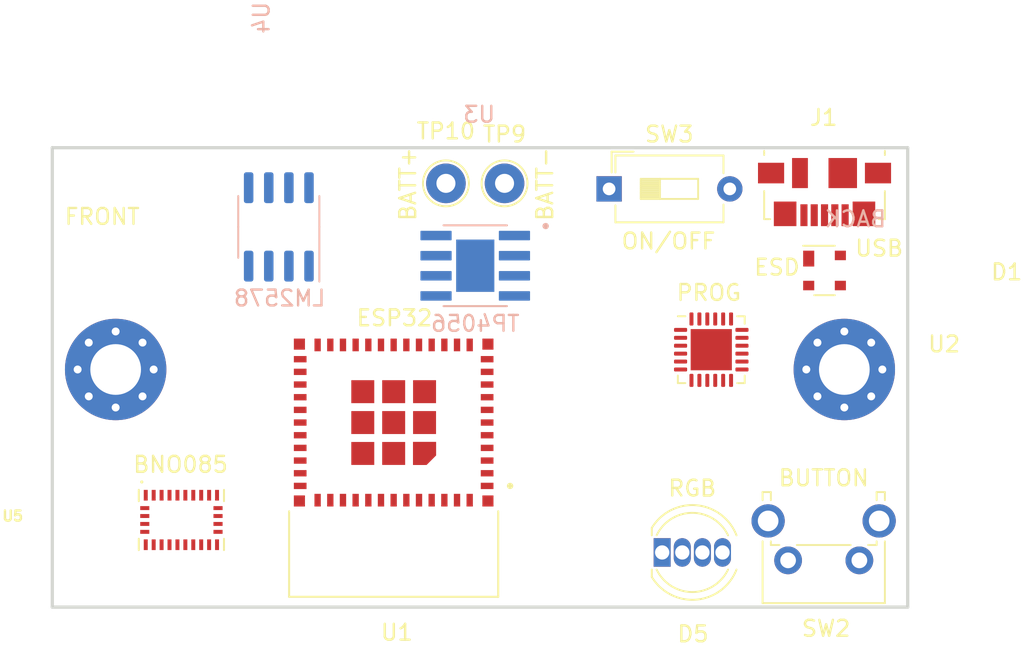
<source format=kicad_pcb>
(kicad_pcb (version 20211014) (generator pcbnew)
  (layers (0 "F.Cu" signal) (31 "B.Cu" signal) (34 "B.Paste" user) (35 "F.Paste" user) (36 "B.SilkS" user "B.Silkscreen") (37 "F.SilkS" user "F.Silkscreen") (38 "B.Mask" user) (39 "F.Mask" user) (44 "Edge.Cuts" user))
  (net 0 "")
  (net 1 "GND")
  (net 2 "USB_D+")
  (net 3 "USB_D-")
  (net 4 "+5V")
  (net 5 "Net-(D3-Pad1)")
  (net 7 "PROG_DTR")
  (net 8 "GPIO0")
  (net 9 "PROG_RTS")
  (net 10 "~{RESET}")
  (net 14 "+3V3")
  (net 15 "Net-(R5-Pad2)")
  (net 29 "Net-(C13-Pad2)")
  (net 31 "Net-(C12-Pad2)")
  (net 32 "Net-(R13-Pad1)")
  (net 33 "Vin")
  (net 45 "PROG_RX")
  (net 46 "PROG_TX")
  (net 63 "PROG_CTS")
  (net 73 "+3.3V")
  (net 74 "Net-(R8-Pad2)")
  (net 75 "Net-(C11-Pad1)")
  (net 76 "~{BNO_RST}")
  (net 77 "BNO_INTERRUPT")
  (net 78 "Net-(R15-Pad2)")
  (net 79 "Net-(R16-Pad2)")
  (net 80 "Net-(R7-Pad2)")
  (net 81 "I2C_SCL")
  (net 82 "I2C_SDA")
  (net 83 "Net-(C15-Pad1)")
  (net 84 "Net-(C16-Pad1)")
  (footprint "MountingHole:MountingHole_3.2mm_M3_Pad_Via" (layer "F.Cu") (at 134 105)
    (fp_text reference "H2" hide)
    (fp_text value "MountingHole")
    (pad "1" thru_hole circle (at 2.4 0) (size 0.8 0.8) (drill 0.5) (layers *.Cu *.Mask))
    (pad "1" thru_hole circle (at 0 2.4) (size 0.8 0.8) (drill 0.5) (layers *.Cu *.Mask))
    (pad "1" thru_hole circle (at -1.697056 -1.697056) (size 0.8 0.8) (drill 0.5) (layers *.Cu *.Mask))
    (pad "1" thru_hole circle (at -2.4 0) (size 0.8 0.8) (drill 0.5) (layers *.Cu *.Mask))
    (pad "1" thru_hole circle (at 1.697056 1.697056) (size 0.8 0.8) (drill 0.5) (layers *.Cu *.Mask))
    (pad "1" thru_hole circle (at -1.697056 1.697056) (size 0.8 0.8) (drill 0.5) (layers *.Cu *.Mask))
    (pad "1" thru_hole circle (at 0 0) (size 6.4 6.4) (drill 3.2) (layers *.Cu *.Mask))
    (pad "1" thru_hole circle (at 1.697056 -1.697056) (size 0.8 0.8) (drill 0.5) (layers *.Cu *.Mask))
    (pad "1" thru_hole circle (at 0 -2.4) (size 0.8 0.8) (drill 0.5) (layers *.Cu *.Mask))
  )
  (footprint "BNO080:IC_BNO080" (layer "F.Cu") (at 138.15 114.5)
    (fp_text reference "U5" (at -10.65 -0.25) (layer "F.SilkS") (effects (font (size 0.64 0.64))))
    (fp_text value "BNO080")
    (fp_line (start -2.6885 1.9) (end -2.6885 1.1885) (layer "F.SilkS") (width 0.127))
    (fp_line (start 2.6885 -1.9) (end 2.6885 -1.1885) (layer "F.SilkS") (width 0.127))
    (fp_line (start -2.6885 -1.9) (end -2.6885 -1.1885) (layer "F.SilkS") (width 0.127))
    (fp_line (start 2.6885 1.9) (end 2.6885 1.1885) (layer "F.SilkS") (width 0.127))
    (fp_circle (center -2.5 -2.4) (end -2.45 -2.4) (layer "F.SilkS") (width 0.1) (fill none))
    (pad "1" smd rect locked (at -2.25 -1.5625 90) (size 0.675 0.25) (layers "F.Cu" "F.Paste" "F.Mask"))
    (pad "2" smd rect locked (at -2.3125 -0.75) (size 0.575 0.25) (layers "F.Cu" "F.Paste" "F.Mask") (net 1 "GND"))
    (pad "3" smd rect locked (at -2.3125 -0.25) (size 0.575 0.25) (layers "F.Cu" "F.Paste" "F.Mask") (net 73 "+3.3V"))
    (pad "4" smd rect locked (at -2.3125 0.25) (size 0.575 0.25) (layers "F.Cu" "F.Paste" "F.Mask") (net 74 "Net-(R8-Pad2)"))
    (pad "5" smd rect locked (at -2.3125 0.75) (size 0.575 0.25) (layers "F.Cu" "F.Paste" "F.Mask") (net 1 "GND"))
    (pad "6" smd rect locked (at -2.25 1.5625 270) (size 0.675 0.25) (layers "F.Cu" "F.Paste" "F.Mask") (net 1 "GND"))
    (pad "7" smd rect locked (at -1.75 1.5625 270) (size 0.675 0.25) (layers "F.Cu" "F.Paste" "F.Mask"))
    (pad "8" smd rect locked (at -1.25 1.5625 270) (size 0.675 0.25) (layers "F.Cu" "F.Paste" "F.Mask"))
    (pad "9" smd rect locked (at -0.75 1.5625 270) (size 0.675 0.25) (layers "F.Cu" "F.Paste" "F.Mask") (net 75 "Net-(C11-Pad1)"))
    (pad "10" smd rect locked (at -0.25 1.5625 270) (size 0.675 0.25) (layers "F.Cu" "F.Paste" "F.Mask") (net 1 "GND"))
    (pad "11" smd rect locked (at 0.25 1.5625 270) (size 0.675 0.25) (layers "F.Cu" "F.Paste" "F.Mask") (net 76 "~{BNO_RST}"))
    (pad "12" smd rect locked (at 0.75 1.5625 270) (size 0.675 0.25) (layers "F.Cu" "F.Paste" "F.Mask"))
    (pad "13" smd rect locked (at 1.25 1.5625 270) (size 0.675 0.25) (layers "F.Cu" "F.Paste" "F.Mask"))
    (pad "14" smd rect locked (at 1.75 1.5625 270) (size 0.675 0.25) (layers "F.Cu" "F.Paste" "F.Mask") (net 77 "BNO_INTERRUPT"))
    (pad "15" smd rect locked (at 2.25 1.5625 270) (size 0.675 0.25) (layers "F.Cu" "F.Paste" "F.Mask") (net 78 "Net-(R15-Pad2)"))
    (pad "16" smd rect locked (at 2.3125 0.75 180) (size 0.575 0.25) (layers "F.Cu" "F.Paste" "F.Mask") (net 79 "Net-(R16-Pad2)"))
    (pad "17" smd rect locked (at 2.3125 0.25 180) (size 0.575 0.25) (layers "F.Cu" "F.Paste" "F.Mask") (net 1 "GND"))
    (pad "18" smd rect locked (at 2.3125 -0.25 180) (size 0.575 0.25) (layers "F.Cu" "F.Paste" "F.Mask") (net 80 "Net-(R7-Pad2)"))
    (pad "19" smd rect locked (at 2.3125 -0.75 180) (size 0.575 0.25) (layers "F.Cu" "F.Paste" "F.Mask") (net 81 "I2C_SCL"))
    (pad "20" smd rect locked (at 2.25 -1.5625 90) (size 0.675 0.25) (layers "F.Cu" "F.Paste" "F.Mask") (net 82 "I2C_SDA"))
    (pad "21" smd rect locked (at 1.75 -1.5625 90) (size 0.675 0.25) (layers "F.Cu" "F.Paste" "F.Mask"))
    (pad "22" smd rect locked (at 1.25 -1.5625 90) (size 0.675 0.25) (layers "F.Cu" "F.Paste" "F.Mask"))
    (pad "23" smd rect locked (at 0.75 -1.5625 90) (size 0.675 0.25) (layers "F.Cu" "F.Paste" "F.Mask"))
    (pad "24" smd rect locked (at 0.25 -1.5625 90) (size 0.675 0.25) (layers "F.Cu" "F.Paste" "F.Mask"))
    (pad "25" smd rect locked (at -0.25 -1.5625 90) (size 0.675 0.25) (layers "F.Cu" "F.Paste" "F.Mask") (net 1 "GND"))
    (pad "26" smd rect locked (at -0.75 -1.5625 90) (size 0.675 0.25) (layers "F.Cu" "F.Paste" "F.Mask") (net 83 "Net-(C15-Pad1)"))
    (pad "27" smd rect locked (at -1.25 -1.5625 90) (size 0.675 0.25) (layers "F.Cu" "F.Paste" "F.Mask") (net 84 "Net-(C16-Pad1)"))
    (pad "28" smd rect locked (at -1.75 -1.5625 90) (size 0.675 0.25) (layers "F.Cu" "F.Paste" "F.Mask") (net 73 "+3.3V"))
  )
  (footprint "Button_Switch_THT:SW_DIP_SPSTx01_Slide_6.7x4.1mm_W7.62mm_P2.54mm_LowProfile" (layer "F.Cu") (at 165.15 93.6)
    (fp_text reference "SW3" (at 3.8 -3.45) (layer "F.SilkS"))
    (fp_text value "ON/OFF")
    (fp_line (start 2 -0.515) (end 3.206667 -0.515) (layer "F.SilkS") (width 0.12))
    (fp_line (start 7.221 0.99) (end 7.221 2.11) (layer "F.SilkS") (width 0.12))
    (fp_line (start 2 -0.035) (end 3.206667 -0.035) (layer "F.SilkS") (width 0.12))
    (fp_line (start 2 0.085) (end 3.206667 0.085) (layer "F.SilkS") (width 0.12))
    (fp_line (start 3.206667 -0.635) (end 3.206667 0.635) (layer "F.SilkS") (width 0.12))
    (fp_line (start 2 0.205) (end 3.206667 0.205) (layer "F.SilkS") (width 0.12))
    (fp_line (start 2 -0.635) (end 2 0.635) (layer "F.SilkS") (width 0.12))
    (fp_line (start 2 0.635) (end 5.62 0.635) (layer "F.SilkS") (width 0.12))
    (fp_line (start 0.4 2.11) (end 7.221 2.11) (layer "F.SilkS") (width 0.12))
    (fp_line (start 5.62 -0.635) (end 2 -0.635) (layer "F.SilkS") (width 0.12))
    (fp_line (start 0.4 1.04) (end 0.4 2.11) (layer "F.SilkS") (width 0.12))
    (fp_line (start 0.4 -2.11) (end 0.4 -1.04) (layer "F.SilkS") (width 0.12))
    (fp_line (start 0.16 -2.35) (end 0.16 -1.04) (layer "F.SilkS") (width 0.12))
    (fp_line (start 2 0.325) (end 3.206667 0.325) (layer "F.SilkS") (width 0.12))
    (fp_line (start 2 -0.395) (end 3.206667 -0.395) (layer "F.SilkS") (width 0.12))
    (fp_line (start 2 -0.275) (end 3.206667 -0.275) (layer "F.SilkS") (width 0.12))
    (fp_line (start 2 -0.155) (end 3.206667 -0.155) (layer "F.SilkS") (width 0.12))
    (fp_line (start 0.4 -2.11) (end 7.221 -2.11) (layer "F.SilkS") (width 0.12))
    (fp_line (start 5.62 0.635) (end 5.62 -0.635) (layer "F.SilkS") (width 0.12))
    (fp_line (start 7.221 -2.11) (end 7.221 -0.99) (layer "F.SilkS") (width 0.12))
    (fp_line (start 2 0.445) (end 3.206667 0.445) (layer "F.SilkS") (width 0.12))
    (fp_line (start 0.16 -2.35) (end 1.543 -2.35) (layer "F.SilkS") (width 0.12))
    (fp_line (start 2 0.565) (end 3.206667 0.565) (layer "F.SilkS") (width 0.12))
    (pad "1" thru_hole rect (at 0 0) (size 1.6 1.6) (drill 0.8) (layers *.Cu *.Mask))
    (pad "2" thru_hole oval (at 7.62 0) (size 1.6 1.6) (drill 0.8) (layers *.Cu *.Mask))
  )
  (footprint "Connector_USB:USB_Micro-B_Molex_47346-0001" (layer "F.Cu") (at 178.75 93.8 180)
    (fp_text reference "J1" (at 0.05 4.7) (layer "F.SilkS"))
    (fp_text value "USB_B_Micro")
    (fp_line (start -3.81 0.06) (end -3.81 -1.71) (layer "F.SilkS") (width 0.12))
    (fp_line (start -3.81 -1.71) (end -3.43 -1.71) (layer "F.SilkS") (width 0.12))
    (fp_line (start -3.81 2.6) (end -3.81 2.34) (layer "F.SilkS") (width 0.12))
    (fp_line (start 3.81 2.34) (end 3.81 2.6) (layer "F.SilkS") (width 0.12))
    (fp_line (start 3.81 -1.71) (end 3.43 -1.71) (layer "F.SilkS") (width 0.12))
    (fp_line (start 3.81 -1.71) (end 3.81 0.06) (layer "F.SilkS") (width 0.12))
    (pad "1" smd rect (at -1.3 -1.46 180) (size 0.45 1.38) (layers "F.Cu" "F.Paste" "F.Mask") (net 4 "+5V"))
    (pad "2" smd rect (at -0.65 -1.46 180) (size 0.45 1.38) (layers "F.Cu" "F.Paste" "F.Mask") (net 3 "USB_D-"))
    (pad "3" smd rect (at 0 -1.46 180) (size 0.45 1.38) (layers "F.Cu" "F.Paste" "F.Mask") (net 2 "USB_D+"))
    (pad "4" smd rect (at 0.65 -1.46 180) (size 0.45 1.38) (layers "F.Cu" "F.Paste" "F.Mask"))
    (pad "5" smd rect (at 1.3 -1.46 180) (size 0.45 1.38) (layers "F.Cu" "F.Paste" "F.Mask") (net 1 "GND"))
    (pad "6" smd rect (at 3.375 1.2 180) (size 1.65 1.3) (layers "F.Cu" "F.Paste" "F.Mask") (net 1 "GND"))
    (pad "6" smd rect (at 1.55 1.2 180) (size 1 1.9) (layers "F.Cu" "F.Paste" "F.Mask") (net 1 "GND"))
    (pad "6" smd rect (at -1.15 1.2 180) (size 1.8 1.9) (layers "F.Cu" "F.Paste" "F.Mask") (net 1 "GND"))
    (pad "6" smd rect (at 2.4875 -1.375 180) (size 1.425 1.55) (layers "F.Cu" "F.Paste" "F.Mask") (net 1 "GND"))
    (pad "6" smd rect (at -2.4875 -1.375 180) (size 1.425 1.55) (layers "F.Cu" "F.Paste" "F.Mask") (net 1 "GND"))
    (pad "6" smd rect (at -3.375 1.2 180) (size 1.65 1.3) (layers "F.Cu" "F.Paste" "F.Mask") (net 1 "GND"))
  )
  (footprint "LED_THT:LED_D5.0mm-4_RGB" (layer "F.Cu") (at 168.5 116.55)
    (fp_text reference "D5" (at 1.95 5.15) (layer "F.SilkS"))
    (fp_text value "LED_RGBA")
    (fp_line (start -0.655 -1.545) (end -0.655 -1.08) (layer "F.SilkS") (width 0.12))
    (fp_line (start -0.655 1.08) (end -0.655 1.545) (layer "F.SilkS") (width 0.12))
    (fp_arc (start -0.349684 -1.08) (mid 1.904762 -2.5) (end 4.159479 -1.080429) (layer "F.SilkS") (width 0.12))
    (fp_arc (start 4.159479 1.080429) (mid 1.904762 2.5) (end -0.349684 1.08) (layer "F.SilkS") (width 0.12))
    (fp_arc (start -0.655 -1.54483) (mid 2.163456 -2.978809) (end 4.692815 -1.080827) (layer "F.SilkS") (width 0.12))
    (fp_arc (start 4.692815 1.080827) (mid 2.163456 2.978808) (end -0.655 1.54483) (layer "F.SilkS") (width 0.12))
    (pad "1" thru_hole rect (at 0 0) (size 1.07 1.8) (drill 0.9) (layers *.Cu *.Mask))
    (pad "2" thru_hole oval (at 1.27 0) (size 1.07 1.8) (drill 0.9) (layers *.Cu *.Mask))
    (pad "3" thru_hole oval (at 2.54 0) (size 1.07 1.8) (drill 0.9) (layers *.Cu *.Mask))
    (pad "4" thru_hole oval (at 3.81 0) (size 1.07 1.8) (drill 0.9) (layers *.Cu *.Mask))
  )
  (footprint "MountingHole:MountingHole_3.2mm_M3_Pad_Via" (layer "F.Cu") (at 180 105)
    (fp_text reference "H1" hide)
    (fp_text value "MountingHole")
    (pad "1" thru_hole circle (at 1.697056 1.697056) (size 0.8 0.8) (drill 0.5) (layers *.Cu *.Mask))
    (pad "1" thru_hole circle (at -2.4 0) (size 0.8 0.8) (drill 0.5) (layers *.Cu *.Mask))
    (pad "1" thru_hole circle (at 0 0) (size 6.4 6.4) (drill 3.2) (layers *.Cu *.Mask))
    (pad "1" thru_hole circle (at -1.697056 1.697056) (size 0.8 0.8) (drill 0.5) (layers *.Cu *.Mask))
    (pad "1" thru_hole circle (at 1.697056 -1.697056) (size 0.8 0.8) (drill 0.5) (layers *.Cu *.Mask))
    (pad "1" thru_hole circle (at 2.4 0) (size 0.8 0.8) (drill 0.5) (layers *.Cu *.Mask))
    (pad "1" thru_hole circle (at 0 2.4) (size 0.8 0.8) (drill 0.5) (layers *.Cu *.Mask))
    (pad "1" thru_hole circle (at -1.697056 -1.697056) (size 0.8 0.8) (drill 0.5) (layers *.Cu *.Mask))
    (pad "1" thru_hole circle (at 0 -2.4) (size 0.8 0.8) (drill 0.5) (layers *.Cu *.Mask))
  )
  (footprint "TestPoint:TestPoint_THTPad_D2.5mm_Drill1.2mm" (layer "F.Cu") (at 158.55 93.25)
    (fp_text reference "TP9" (at 0 -3.1) (layer "F.SilkS"))
    (fp_text value "BatteryMinusPad")
    (fp_circle (center 0 0) (end 0 1.45) (layer "F.SilkS") (width 0.12) (fill none))
    (pad "1" thru_hole circle (at 0 0) (size 2.5 2.5) (drill 1.2) (layers *.Cu *.Mask))
  )
  (footprint "Button_Switch_THT:SW_Tactile_SPST_Angled_PTS645Vx58-2LFS" (layer "F.Cu") (at 180.95 117.05 180)
    (fp_text reference "SW2" (at 2.1 -4.3) (layer "F.SilkS"))
    (fp_text value "SW_Push")
    (fp_line (start -1.09 0.97) (end -1.09 1.2) (layer "F.SilkS") (width 0.12))
    (fp_line (start 5.59 4.31) (end 6.11 4.31) (layer "F.SilkS") (width 0.12))
    (fp_line (start -1.09 3.8) (end -1.09 4.31) (layer "F.SilkS") (width 0.12))
    (fp_line (start 5.59 3.8) (end 5.59 4.31) (layer "F.SilkS") (width 0.12))
    (fp_line (start 0.55 0.97) (end 3.95 0.97) (layer "F.SilkS") (width 0.12))
    (fp_line (start 5.05 0.97) (end 5.59 0.97) (layer "F.SilkS") (width 0.12))
    (fp_line (start -1.61 -2.7) (end -1.61 1.2) (layer "F.SilkS") (width 0.12))
    (fp_line (start -1.61 3.8) (end -1.61 4.31) (layer "F.SilkS") (width 0.12))
    (fp_line (start 5.59 0.97) (end 5.59 1.2) (layer "F.SilkS") (width 0.12))
    (fp_line (start 6.11 3.8) (end 6.11 4.31) (layer "F.SilkS") (width 0.12))
    (fp_line (start -1.09 0.97) (end -0.55 0.97) (layer "F.SilkS") (width 0.12))
    (fp_line (start -1.61 -2.7) (end 6.11 -2.7) (layer "F.SilkS") (width 0.12))
    (fp_line (start 6.11 -2.7) (end 6.11 1.2) (layer "F.SilkS") (width 0.12))
    (fp_line (start -1.61 4.31) (end -1.09 4.31) (layer "F.SilkS") (width 0.12))
    (pad "" thru_hole circle (at 5.76 2.49 180) (size 2.1 2.1) (drill 1.3) (layers *.Cu *.Mask))
    (pad "" thru_hole circle (at -1.25 2.49 180) (size 2.1 2.1) (drill 1.3) (layers *.Cu *.Mask))
    (pad "1" thru_hole circle (at 0 0 180) (size 1.75 1.75) (drill 0.99) (layers *.Cu *.Mask))
    (pad "2" thru_hole circle (at 4.5 0 180) (size 1.75 1.75) (drill 0.99) (layers *.Cu *.Mask))
  )
  (footprint "Package_TO_SOT_SMD:SOT-143" (layer "F.Cu") (at 178.75 98.75)
    (fp_text reference "D1" (at 11.5 0.1) (layer "F.SilkS"))
    (fp_text value "PRTR5V0U2X")
    (fp_line (start 0.65 -1.56) (end -1.35 -1.56) (layer "F.SilkS") (width 0.12))
    (fp_line (start -0.65 1.56) (end 0.65 1.56) (layer "F.SilkS") (width 0.12))
    (pad "1" smd rect (at -1 -0.75) (size 0.7 1) (layers "F.Cu" "F.Paste" "F.Mask") (net 1 "GND"))
    (pad "2" smd rect (at -1 0.95) (size 0.7 0.6) (layers "F.Cu" "F.Paste" "F.Mask") (net 2 "USB_D+"))
    (pad "3" smd rect (at 1 0.95) (size 0.7 0.6) (layers "F.Cu" "F.Paste" "F.Mask") (net 3 "USB_D-"))
    (pad "4" smd rect (at 1 -0.95) (size 0.7 0.6) (layers "F.Cu" "F.Paste" "F.Mask") (net 4 "+5V"))
  )
  (footprint "TestPoint:TestPoint_THTPad_D2.5mm_Drill1.2mm" (layer "F.Cu") (at 154.85 93.25)
    (fp_text reference "TP10" (at 0 -3.3) (layer "F.SilkS"))
    (fp_text value "BatteryPlusPad")
    (fp_circle (center 0 0) (end 0 1.45) (layer "F.SilkS") (width 0.12) (fill none))
    (pad "1" thru_hole circle (at 0 0) (size 2.5 2.5) (drill 1.2) (layers *.Cu *.Mask))
  )
  (footprint "Package_DFN_QFN:QFN-24-1EP_4x4mm_P0.5mm_EP2.6x2.6mm" (layer "F.Cu") (at 171.6 103.75)
    (fp_text reference "U2" (at 14.7 -0.35) (layer "F.SilkS"))
    (fp_text value "CP2102N-Axx-xQFN24")
    (fp_line (start 2.11 2.11) (end 2.11 1.635) (layer "F.SilkS") (width 0.12))
    (fp_line (start -2.11 2.11) (end -2.11 1.635) (layer "F.SilkS") (width 0.12))
    (fp_line (start 2.11 -2.11) (end 2.11 -1.635) (layer "F.SilkS") (width 0.12))
    (fp_line (start 1.635 -2.11) (end 2.11 -2.11) (layer "F.SilkS") (width 0.12))
    (fp_line (start -1.635 2.11) (end -2.11 2.11) (layer "F.SilkS") (width 0.12))
    (fp_line (start -1.635 -2.11) (end -2.11 -2.11) (layer "F.SilkS") (width 0.12))
    (fp_line (start 1.635 2.11) (end 2.11 2.11) (layer "F.SilkS") (width 0.12))
    (pad "1" smd roundrect (at -1.9375 -1.25) (size 0.825 0.25) (layers "F.Cu" "F.Paste" "F.Mask"))
    (pad "2" smd roundrect (at -1.9375 -0.75) (size 0.825 0.25) (layers "F.Cu" "F.Paste" "F.Mask") (net 1 "GND"))
    (pad "3" smd roundrect (at -1.9375 -0.25) (size 0.825 0.25) (layers "F.Cu" "F.Paste" "F.Mask") (net 2 "USB_D+"))
    (pad "4" smd roundrect (at -1.9375 0.25) (size 0.825 0.25) (layers "F.Cu" "F.Paste" "F.Mask") (net 3 "USB_D-"))
    (pad "5" smd roundrect (at -1.9375 0.75) (size 0.825 0.25) (layers "F.Cu" "F.Paste" "F.Mask") (net 14 "+3V3"))
    (pad "6" smd roundrect (at -1.9375 1.25) (size 0.825 0.25) (layers "F.Cu" "F.Paste" "F.Mask") (net 14 "+3V3"))
    (pad "7" smd roundrect (at -1.25 1.9375) (size 0.25 0.825) (layers "F.Cu" "F.Paste" "F.Mask") (net 4 "+5V"))
    (pad "8" smd roundrect (at -0.75 1.9375) (size 0.25 0.825) (layers "F.Cu" "F.Paste" "F.Mask") (net 15 "Net-(R5-Pad2)"))
    (pad "9" smd roundrect (at -0.25 1.9375) (size 0.25 0.825) (layers "F.Cu" "F.Paste" "F.Mask") (net 10 "~{RESET}"))
    (pad "10" smd roundrect (at 0.25 1.9375) (size 0.25 0.825) (layers "F.Cu" "F.Paste" "F.Mask"))
    (pad "11" smd roundrect (at 0.75 1.9375) (size 0.25 0.825) (layers "F.Cu" "F.Paste" "F.Mask"))
    (pad "12" smd roundrect (at 1.25 1.9375) (size 0.25 0.825) (layers "F.Cu" "F.Paste" "F.Mask"))
    (pad "13" smd roundrect (at 1.9375 1.25) (size 0.825 0.25) (layers "F.Cu" "F.Paste" "F.Mask"))
    (pad "14" smd roundrect (at 1.9375 0.75) (size 0.825 0.25) (layers "F.Cu" "F.Paste" "F.Mask"))
    (pad "15" smd roundrect (at 1.9375 0.25) (size 0.825 0.25) (layers "F.Cu" "F.Paste" "F.Mask"))
    (pad "16" smd roundrect (at 1.9375 -0.25) (size 0.825 0.25) (layers "F.Cu" "F.Paste" "F.Mask"))
    (pad "17" smd roundrect (at 1.9375 -0.75) (size 0.825 0.25) (layers "F.Cu" "F.Paste" "F.Mask"))
    (pad "18" smd roundrect (at 1.9375 -1.25) (size 0.825 0.25) (layers "F.Cu" "F.Paste" "F.Mask") (net 63 "PROG_CTS"))
    (pad "19" smd roundrect (at 1.25 -1.9375) (size 0.25 0.825) (layers "F.Cu" "F.Paste" "F.Mask") (net 9 "PROG_RTS"))
    (pad "20" smd roundrect (at 0.75 -1.9375) (size 0.25 0.825) (layers "F.Cu" "F.Paste" "F.Mask") (net 45 "PROG_RX"))
    (pad "21" smd roundrect (at 0.25 -1.9375) (size 0.25 0.825) (layers "F.Cu" "F.Paste" "F.Mask") (net 46 "PROG_TX"))
    (pad "22" smd roundrect (at -0.25 -1.9375) (size 0.25 0.825) (layers "F.Cu" "F.Paste" "F.Mask"))
    (pad "23" smd roundrect (at -0.75 -1.9375) (size 0.25 0.825) (layers "F.Cu" "F.Paste" "F.Mask") (net 7 "PROG_DTR"))
    (pad "24" smd roundrect (at -1.25 -1.9375) (size 0.25 0.825) (layers "F.Cu" "F.Paste" "F.Mask"))
    (pad "25" smd rect (at 0 0) (size 2.6 2.6) (layers "F.Cu" "F.Mask") (net 1 "GND"))
  )
  (footprint "ESP32-PICO-MINI-02:MODULE_ESP32-PICO-MINI-02" (layer "F.Cu") (at 151.55 108.35 180)
    (fp_text reference "U1" (at -0.2 -13.25) (layer "F.SilkS"))
    (fp_text value "ESP32-PICO-MINI-02")
    (fp_line (start -6.6 -5.6) (end -6.6 -11) (layer "F.SilkS") (width 0.127))
    (fp_line (start 6.6 -11) (end 6.6 -5.6) (layer "F.SilkS") (width 0.127))
    (fp_line (start -6.6 -11) (end 6.6 -11) (layer "F.SilkS") (width 0.127))
    (fp_circle (center -7.35 -4) (end -7.25 -4) (layer "F.SilkS") (width 0.2) (fill none))
    (pad "1" smd rect locked (at -5.9 -4 180) (size 0.8 0.4) (layers "F.Cu" "F.Paste" "F.Mask") (net 1 "GND"))
    (pad "2" smd rect locked (at -5.9 -3.2 180) (size 0.8 0.4) (layers "F.Cu" "F.Paste" "F.Mask") (net 1 "GND"))
    (pad "3" smd rect locked (at -5.9 -2.4 180) (size 0.8 0.4) (layers "F.Cu" "F.Paste" "F.Mask") (net 14 "+3V3"))
    (pad "4" smd rect locked (at -5.9 -1.6 180) (size 0.8 0.4) (layers "F.Cu" "F.Paste" "F.Mask"))
    (pad "5" smd rect locked (at -5.9 -0.8 180) (size 0.8 0.4) (layers "F.Cu" "F.Paste" "F.Mask"))
    (pad "6" smd rect locked (at -5.9 0 180) (size 0.8 0.4) (layers "F.Cu" "F.Paste" "F.Mask"))
    (pad "7" smd rect locked (at -5.9 0.8 180) (size 0.8 0.4) (layers "F.Cu" "F.Paste" "F.Mask"))
    (pad "8" smd rect locked (at -5.9 1.6 180) (size 0.8 0.4) (layers "F.Cu" "F.Paste" "F.Mask") (net 10 "~{RESET}"))
    (pad "9" smd rect locked (at -5.9 2.4 180) (size 0.8 0.4) (layers "F.Cu" "F.Paste" "F.Mask"))
    (pad "10" smd rect locked (at -5.9 3.2 180) (size 0.8 0.4) (layers "F.Cu" "F.Paste" "F.Mask"))
    (pad "11" smd rect locked (at -5.9 4 180) (size 0.8 0.4) (layers "F.Cu" "F.Paste" "F.Mask") (net 1 "GND"))
    (pad "12" smd rect locked (at -4.8 4.9 180) (size 0.4 0.8) (layers "F.Cu" "F.Paste" "F.Mask"))
    (pad "13" smd rect locked (at -4 4.9 180) (size 0.4 0.8) (layers "F.Cu" "F.Paste" "F.Mask"))
    (pad "14" smd rect locked (at -3.2 4.9 180) (size 0.4 0.8) (layers "F.Cu" "F.Paste" "F.Mask") (net 1 "GND"))
    (pad "15" smd rect locked (at -2.4 4.9 180) (size 0.4 0.8) (layers "F.Cu" "F.Paste" "F.Mask"))
    (pad "16" smd rect locked (at -1.6 4.9 180) (size 0.4 0.8) (layers "F.Cu" "F.Paste" "F.Mask"))
    (pad "17" smd rect locked (at -0.8 4.9 180) (size 0.4 0.8) (layers "F.Cu" "F.Paste" "F.Mask"))
    (pad "18" smd rect locked (at 0 4.9 180) (size 0.4 0.8) (layers "F.Cu" "F.Paste" "F.Mask"))
    (pad "19" smd rect locked (at 0.8 4.9 180) (size 0.4 0.8) (layers "F.Cu" "F.Paste" "F.Mask"))
    (pad "20" smd rect locked (at 1.6 4.9 180) (size 0.4 0.8) (layers "F.Cu" "F.Paste" "F.Mask"))
    (pad "21" smd rect locked (at 2.4 4.9 180) (size 0.4 0.8) (layers "F.Cu" "F.Paste" "F.Mask"))
    (pad "22" smd rect locked (at 3.2 4.9 180) (size 0.4 0.8) (layers "F.Cu" "F.Paste" "F.Mask"))
    (pad "23" smd rect locked (at 4 4.9 180) (size 0.4 0.8) (layers "F.Cu" "F.Paste" "F.Mask") (net 8 "GPIO0"))
    (pad "24" smd rect locked (at 4.8 4.9 180) (size 0.4 0.8) (layers "F.Cu" "F.Paste" "F.Mask"))
    (pad "25" smd rect locked (at 5.9 4 180) (size 0.8 0.4) (layers "F.Cu" "F.Paste" "F.Mask"))
    (pad "26" smd rect locked (at 5.9 3.2 180) (size 0.8 0.4) (layers "F.Cu" "F.Paste" "F.Mask"))
    (pad "27" smd rect locked (at 5.9 2.4 180) (size 0.8 0.4) (layers "F.Cu" "F.Paste" "F.Mask"))
    (pad "28" smd rect locked (at 5.9 1.6 180) (size 0.8 0.4) (layers "F.Cu" "F.Paste" "F.Mask"))
    (pad "29" smd rect locked (at 5.9 0.8 180) (size 0.8 0.4) (layers "F.Cu" "F.Paste" "F.Mask"))
    (pad "30" smd rect locked (at 5.9 0 180) (size 0.8 0.4) (layers "F.Cu" "F.Paste" "F.Mask") (net 46 "PROG_TX"))
    (pad "31" smd rect locked (at 5.9 -0.8 180) (size 0.8 0.4) (layers "F.Cu" "F.Paste" "F.Mask") (net 45 "PROG_RX"))
    (pad "32" smd rect locked (at 5.9 -1.6 180) (size 0.8 0.4) (layers "F.Cu" "F.Paste" "F.Mask"))
    (pad "33" smd rect locked (at 5.9 -2.4 180) (size 0.8 0.4) (layers "F.Cu" "F.Paste" "F.Mask"))
    (pad "34" smd rect locked (at 5.9 -3.2 180) (size 0.8 0.4) (layers "F.Cu" "F.Paste" "F.Mask"))
    (pad "35" smd rect locked (at 5.9 -4 180) (size 0.8 0.4) (layers "F.Cu" "F.Paste" "F.Mask"))
    (pad "36" smd rect locked (at 4.8 -4.9 180) (size 0.4 0.8) (layers "F.Cu" "F.Paste" "F.Mask") (net 1 "GND"))
    (pad "37" smd rect locked (at 4 -4.9 180) (size 0.4 0.8) (layers "F.Cu" "F.Paste" "F.Mask") (net 1 "GND"))
    (pad "38" smd rect locked (at 3.2 -4.9 180) (size 0.4 0.8) (layers "F.Cu" "F.Paste" "F.Mask") (net 1 "GND"))
    (pad "39" smd rect locked (at 2.4 -4.9 180) (size 0.4 0.8) (layers "F.Cu" "F.Paste" "F.Mask") (net 1 "GND"))
    (pad "40" smd rect locked (at 1.6 -4.9 180) (size 0.4 0.8) (layers "F.Cu" "F.Paste" "F.Mask") (net 1 "GND"))
    (pad "41" smd rect locked (at 0.8 -4.9 180) (size 0.4 0.8) (layers "F.Cu" "F.Paste" "F.Mask") (net 1 "GND"))
    (pad "42" smd rect locked (at 0 -4.9 180) (size 0.4 0.8) (layers "F.Cu" "F.Paste" "F.Mask") (net 1 "GND"))
    (pad "43" smd rect locked (at -0.8 -4.9 180) (size 0.4 0.8) (layers "F.Cu" "F.Paste" "F.Mask") (net 1 "GND"))
    (pad "44" smd rect locked (at -1.6 -4.9 180) (size 0.4 0.8) (layers "F.Cu" "F.Paste" "F.Mask") (net 1 "GND"))
    (pad "45" smd rect locked (at -2.4 -4.9 180) (size 0.4 0.8) (layers "F.Cu" "F.Paste" "F.Mask") (net 1 "GND"))
    (pad "46" smd rect locked (at -3.2 -4.9 180) (size 0.4 0.8) (layers "F.Cu" "F.Paste" "F.Mask") (net 1 "GND"))
    (pad "47" smd rect locked (at -4 -4.9 180) (size 0.4 0.8) (layers "F.Cu" "F.Paste" "F.Mask") (net 1 "GND"))
    (pad "48" smd rect locked (at -4.8 -4.9 180) (size 0.4 0.8) (layers "F.Cu" "F.Paste" "F.Mask") (net 1 "GND"))
    (pad "49" smd rect locked (at 0 0 180) (size 1.45 1.45) (layers "F.Cu" "F.Paste" "F.Mask") (net 1 "GND"))
    (pad "50" smd rect locked (at 5.95 -4.95 180) (size 0.7 0.7) (layers "F.Cu" "F.Paste" "F.Mask") (net 1 "GND"))
    (pad "51" smd rect locked (at 5.95 4.95 180) (size 0.7 0.7) (layers "F.Cu" "F.Paste" "F.Mask") (net 1 "GND"))
    (pad "52" smd rect locked (at -5.95 4.95 180) (size 0.7 0.7) (layers "F.Cu" "F.Paste" "F.Mask") (net 1 "GND"))
    (pad "53" smd rect locked (at -5.95 -4.95 180) (size 0.7 0.7) (layers "F.Cu" "F.Paste" "F.Mask") (net 1 "GND"))
    (pad "54" smd rect locked (at -1.95 0 180) (size 1.45 1.45) (layers "F.Cu" "F.Paste" "F.Mask") (net 1 "GND"))
    (pad "55" smd rect locked (at -1.95 1.95 180) (size 1.45 1.45) (layers "F.Cu" "F.Paste" "F.Mask") (net 1 "GND"))
    (pad "56" smd rect locked (at 0 1.95 180) (size 1.45 1.45) (layers "F.Cu" "F.Paste" "F.Mask") (net 1 "GND"))
    (pad "57" smd rect locked (at 1.95 1.95 180) (size 1.45 1.45) (layers "F.Cu" "F.Paste" "F.Mask") (net 1 "GND"))
    (pad "58" smd rect locked (at 1.95 0 180) (size 1.45 1.45) (layers "F.Cu" "F.Paste" "F.Mask") (net 1 "GND"))
    (pad "59" smd rect locked (at 1.95 -1.95 180) (size 1.45 1.45) (layers "F.Cu" "F.Paste" "F.Mask") (net 1 "GND"))
    (pad "60" smd rect locked (at 0 -1.95 180) (size 1.45 1.45) (layers "F.Cu" "F.Paste" "F.Mask") (net 1 "GND"))
    (pad "61" smd custom locked (at -1.95 -1.95 180) (size 0.5 0.5) (layers "F.Cu") (net 1 "GND") (options (clearance outline) (anchor rect)) (primitives (gr_poly (pts (xy 0.725 0.725) (xy 0.725 -0.725) (xy -0.125 -0.725) (xy -0.725 -0.125) (xy -0.725 0.725)) (width 0.01) (fill yes))))
  )
  (footprint "TP4056:SOP127P600X175-9N" (layer "B.Cu") (at 156.7 98.45 180)
    (fp_text reference "U3" (at -0.25 9.55) (layer "B.SilkS") (effects (justify mirror)))
    (fp_text value "TP4056")
    (fp_line (start -2 -2.55) (end 2 -2.55) (layer "B.SilkS") (width 0.127))
    (fp_line (start -2 2.55) (end 2 2.55) (layer "B.SilkS") (width 0.127))
    (fp_circle (center -4.445 2.505) (end -4.345 2.505) (layer "B.SilkS") (width 0.2) (fill none))
    (pad "1" smd roundrect locked (at -2.475 1.905 180) (size 1.97 0.6) (layers "B.Cu" "B.Paste" "B.Mask") (roundrect_rratio 0.07))
    (pad "2" smd roundrect locked (at -2.475 0.635 180) (size 1.97 0.6) (layers "B.Cu" "B.Paste" "B.Mask") (roundrect_rratio 0.07))
    (pad "3" smd roundrect locked (at -2.475 -0.635 180) (size 1.97 0.6) (layers "B.Cu" "B.Paste" "B.Mask") (roundrect_rratio 0.07))
    (pad "4" smd roundrect locked (at -2.475 -1.905 180) (size 1.97 0.6) (layers "B.Cu" "B.Paste" "B.Mask") (roundrect_rratio 0.07))
    (pad "5" smd roundrect locked (at 2.475 -1.905 180) (size 1.97 0.6) (layers "B.Cu" "B.Paste" "B.Mask") (roundrect_rratio 0.07))
    (pad "6" smd roundrect locked (at 2.475 -0.635 180) (size 1.97 0.6) (layers "B.Cu" "B.Paste" "B.Mask") (roundrect_rratio 0.07))
    (pad "7" smd roundrect locked (at 2.475 0.635 180) (size 1.97 0.6) (layers "B.Cu" "B.Paste" "B.Mask") (roundrect_rratio 0.07))
    (pad "8" smd roundrect locked (at 2.475 1.905 180) (size 1.97 0.6) (layers "B.Cu" "B.Paste" "B.Mask") (roundrect_rratio 0.07))
    (pad "9" smd rect locked (at 0 0 180) (size 2.413 3.302) (layers "B.Cu" "B.Mask"))
  )
  (footprint "Package_SO:SOIC-8_3.9x4.9mm_P1.27mm" (layer "B.Cu") (at 144.3 96 90)
    (fp_text reference "U4" (at 13.2 -1.1 90) (layer "B.SilkS") (effects (justify mirror)))
    (fp_text value "LM2578")
    (fp_line (start 0 2.56) (end 1.95 2.56) (layer "B.SilkS") (width 0.12))
    (fp_line (start 0 -2.56) (end -1.95 -2.56) (layer "B.SilkS") (width 0.12))
    (fp_line (start 0 -2.56) (end 1.95 -2.56) (layer "B.SilkS") (width 0.12))
    (fp_line (start 0 2.56) (end -3.45 2.56) (layer "B.SilkS") (width 0.12))
    (pad "1" smd roundrect (at -2.475 1.905 90) (size 1.95 0.6) (layers "B.Cu" "B.Paste" "B.Mask") (net 29 "Net-(C13-Pad2)"))
    (pad "2" smd roundrect (at -2.475 0.635 90) (size 1.95 0.6) (layers "B.Cu" "B.Paste" "B.Mask"))
    (pad "3" smd roundrect (at -2.475 -0.635 90) (size 1.95 0.6) (layers "B.Cu" "B.Paste" "B.Mask") (net 31 "Net-(C12-Pad2)"))
    (pad "4" smd roundrect (at -2.475 -1.905 90) (size 1.95 0.6) (layers "B.Cu" "B.Paste" "B.Mask") (net 1 "GND"))
    (pad "5" smd roundrect (at 2.475 -1.905 90) (size 1.95 0.6) (layers "B.Cu" "B.Paste" "B.Mask") (net 5 "Net-(D3-Pad1)"))
    (pad "6" smd roundrect (at 2.475 -0.635 90) (size 1.95 0.6) (layers "B.Cu" "B.Paste" "B.Mask") (net 32 "Net-(R13-Pad1)"))
    (pad "7" smd roundrect (at 2.475 0.635 90) (size 1.95 0.6) (layers "B.Cu" "B.Paste" "B.Mask") (net 32 "Net-(R13-Pad1)"))
    (pad "8" smd roundrect (at 2.475 1.905 90) (size 1.95 0.6) (layers "B.Cu" "B.Paste" "B.Mask") (net 33 "Vin"))
  )
  (gr_line (start 130 120) (end 184 120) (layer "Edge.Cuts") (width 0.2))
  (gr_line (start 130 91) (end 130 120) (layer "Edge.Cuts") (width 0.2))
  (gr_line (start 184 120) (end 184 91) (layer "Edge.Cuts") (width 0.2))
  (gr_line (start 184 91) (end 130 91) (layer "Edge.Cuts") (width 0.2))
  (gr_text "BACK" (at 180.7 95.5) (layer "B.SilkS") (effects (font (size 1 1)) (justify mirror)))
  (gr_text "TP4056" (at 156.7 102.1) (layer "B.SilkS") (effects (font (size 1 1)) (justify mirror)))
  (gr_text "LM2578" (at 144.35 100.5) (layer "B.SilkS") (effects (font (size 1 1)) (justify mirror)))
  (gr_text "PROG" (at 171.45 100.15) (layer "F.SilkS") (effects (font (size 1 1))))
  (gr_text "ESP32" (at 151.6 101.75) (layer "F.SilkS") (effects (font (size 1 1))))
  (gr_text "ON/OFF" (at 168.9 96.9) (layer "F.SilkS") (effects (font (size 1 1))))
  (gr_text "FRONT" (at 133.15 95.35) (layer "F.SilkS") (effects (font (size 1 1))))
  (gr_text "BNO085" (at 138.1 111) (layer "F.SilkS") (effects (font (size 1 1))))
  (gr_text "BATT+" (at 152.45 93.3 90) (layer "F.SilkS") (effects (font (size 1 1))))
  (gr_text "ESD\n" (at 175.75 98.55) (layer "F.SilkS") (effects (font (size 1 1))))
  (gr_text "RGB" (at 170.4 112.5) (layer "F.SilkS") (effects (font (size 1 1))))
  (gr_text "BUTTON" (at 178.7 111.85) (layer "F.SilkS") (effects (font (size 1 1))))
  (gr_text "BATT-" (at 161.1 93.3 90) (layer "F.SilkS") (effects (font (size 1 1))))
  (gr_text "USB" (at 182.2 97.35) (layer "F.SilkS") (effects (font (size 1 1))))
)
</source>
